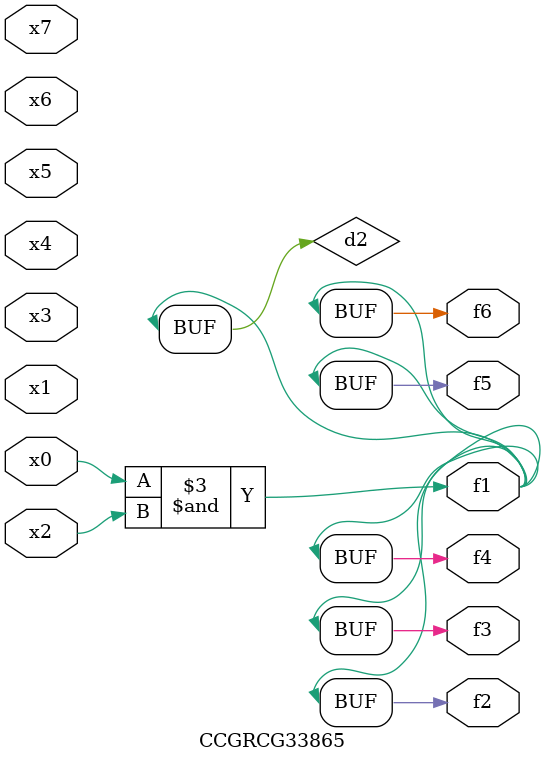
<source format=v>
module CCGRCG33865(
	input x0, x1, x2, x3, x4, x5, x6, x7,
	output f1, f2, f3, f4, f5, f6
);

	wire d1, d2;

	nor (d1, x3, x6);
	and (d2, x0, x2);
	assign f1 = d2;
	assign f2 = d2;
	assign f3 = d2;
	assign f4 = d2;
	assign f5 = d2;
	assign f6 = d2;
endmodule

</source>
